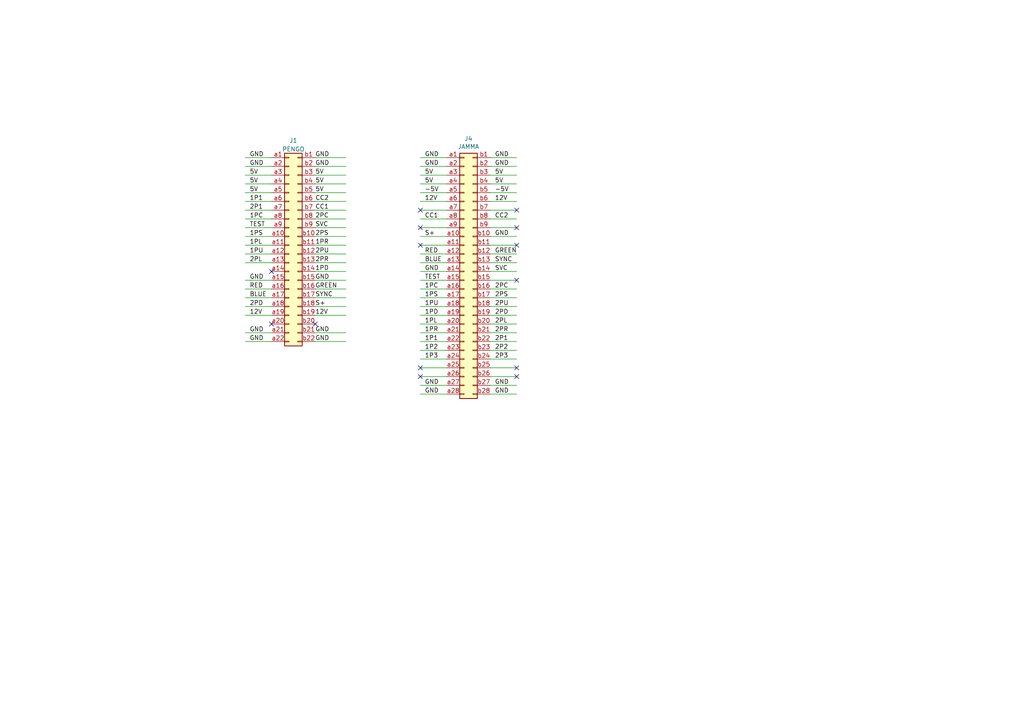
<source format=kicad_sch>
(kicad_sch (version 20211123) (generator eeschema)
  (paper "A4")
  (lib_symbols
    (symbol "Connector_Generic:Conn_02x22_Row_Letter_First" (pin_names (offset 1.016) hide)
      (property "Reference" "J" (at 1.27 27.94 0))
      (property "Value" "Conn_02x22_Row_Letter_First" (at 1.27 -30.48 0))
      (symbol "Conn_02x22_Row_Letter_First_1_1"
        (rectangle (start -1.27 -27.813) (end 0 -28.067) (stroke (width 0.1524)))
        (rectangle (start -1.27 -25.273) (end 0 -25.527) (stroke (width 0.1524)))
        (rectangle (start -1.27 -22.733) (end 0 -22.987) (stroke (width 0.1524)))
        (rectangle (start -1.27 -20.193) (end 0 -20.447) (stroke (width 0.1524)))
        (rectangle (start -1.27 -17.653) (end 0 -17.907) (stroke (width 0.1524)))
        (rectangle (start -1.27 -15.113) (end 0 -15.367) (stroke (width 0.1524)))
        (rectangle (start -1.27 -12.573) (end 0 -12.827) (stroke (width 0.1524)))
        (rectangle (start -1.27 -10.033) (end 0 -10.287) (stroke (width 0.1524)))
        (rectangle (start -1.27 -7.493) (end 0 -7.747) (stroke (width 0.1524)))
        (rectangle (start -1.27 -4.953) (end 0 -5.207) (stroke (width 0.1524)))
        (rectangle (start -1.27 -2.413) (end 0 -2.667) (stroke (width 0.1524)))
        (rectangle (start -1.27 0.127) (end 0 -0.127) (stroke (width 0.1524)))
        (rectangle (start -1.27 2.667) (end 0 2.413) (stroke (width 0.1524)))
        (rectangle (start -1.27 5.207) (end 0 4.953) (stroke (width 0.1524)))
        (rectangle (start -1.27 7.747) (end 0 7.493) (stroke (width 0.1524)))
        (rectangle (start -1.27 10.287) (end 0 10.033) (stroke (width 0.1524)))
        (rectangle (start -1.27 12.827) (end 0 12.573) (stroke (width 0.1524)))
        (rectangle (start -1.27 15.367) (end 0 15.113) (stroke (width 0.1524)))
        (rectangle (start -1.27 17.907) (end 0 17.653) (stroke (width 0.1524)))
        (rectangle (start -1.27 20.447) (end 0 20.193) (stroke (width 0.1524)))
        (rectangle (start -1.27 22.987) (end 0 22.733) (stroke (width 0.1524)))
        (rectangle (start -1.27 25.527) (end 0 25.273) (stroke (width 0.1524)))
        (rectangle (start -1.27 26.67) (end 3.81 -29.21) (stroke (width 0.254)) (fill (type background)))
        (rectangle (start 3.81 -27.813) (end 2.54 -28.067) (stroke (width 0.1524)))
        (rectangle (start 3.81 -25.273) (end 2.54 -25.527) (stroke (width 0.1524)))
        (rectangle (start 3.81 -22.733) (end 2.54 -22.987) (stroke (width 0.1524)))
        (rectangle (start 3.81 -20.193) (end 2.54 -20.447) (stroke (width 0.1524)))
        (rectangle (start 3.81 -17.653) (end 2.54 -17.907) (stroke (width 0.1524)))
        (rectangle (start 3.81 -15.113) (end 2.54 -15.367) (stroke (width 0.1524)))
        (rectangle (start 3.81 -12.573) (end 2.54 -12.827) (stroke (width 0.1524)))
        (rectangle (start 3.81 -10.033) (end 2.54 -10.287) (stroke (width 0.1524)))
        (rectangle (start 3.81 -7.493) (end 2.54 -7.747) (stroke (width 0.1524)))
        (rectangle (start 3.81 -4.953) (end 2.54 -5.207) (stroke (width 0.1524)))
        (rectangle (start 3.81 -2.413) (end 2.54 -2.667) (stroke (width 0.1524)))
        (rectangle (start 3.81 0.127) (end 2.54 -0.127) (stroke (width 0.1524)))
        (rectangle (start 3.81 2.667) (end 2.54 2.413) (stroke (width 0.1524)))
        (rectangle (start 3.81 5.207) (end 2.54 4.953) (stroke (width 0.1524)))
        (rectangle (start 3.81 7.747) (end 2.54 7.493) (stroke (width 0.1524)))
        (rectangle (start 3.81 10.287) (end 2.54 10.033) (stroke (width 0.1524)))
        (rectangle (start 3.81 12.827) (end 2.54 12.573) (stroke (width 0.1524)))
        (rectangle (start 3.81 15.367) (end 2.54 15.113) (stroke (width 0.1524)))
        (rectangle (start 3.81 17.907) (end 2.54 17.653) (stroke (width 0.1524)))
        (rectangle (start 3.81 20.447) (end 2.54 20.193) (stroke (width 0.1524)))
        (rectangle (start 3.81 22.987) (end 2.54 22.733) (stroke (width 0.1524)))
        (rectangle (start 3.81 25.527) (end 2.54 25.273) (stroke (width 0.1524)))
        (pin passive line (at -5.08 25.4 0) (length 3.81) (name "Pin_a1") (number "a1"))
        (pin passive line (at -5.08 2.54 0) (length 3.81) (name "Pin_a10") (number "a10"))
        (pin passive line (at -5.08 0 0) (length 3.81) (name "Pin_a11") (number "a11"))
        (pin passive line (at -5.08 -2.54 0) (length 3.81) (name "Pin_a12") (number "a12"))
        (pin passive line (at -5.08 -5.08 0) (length 3.81) (name "Pin_a13") (number "a13"))
        (pin passive line (at -5.08 -7.62 0) (length 3.81) (name "Pin_a14") (number "a14"))
        (pin passive line (at -5.08 -10.16 0) (length 3.81) (name "Pin_a15") (number "a15"))
        (pin passive line (at -5.08 -12.7 0) (length 3.81) (name "Pin_a16") (number "a16"))
        (pin passive line (at -5.08 -15.24 0) (length 3.81) (name "Pin_a17") (number "a17"))
        (pin passive line (at -5.08 -17.78 0) (length 3.81) (name "Pin_a18") (number "a18"))
        (pin passive line (at -5.08 -20.32 0) (length 3.81) (name "Pin_a19") (number "a19"))
        (pin passive line (at -5.08 22.86 0) (length 3.81) (name "Pin_a2") (number "a2"))
        (pin passive line (at -5.08 -22.86 0) (length 3.81) (name "Pin_a20") (number "a20"))
        (pin passive line (at -5.08 -25.4 0) (length 3.81) (name "Pin_a21") (number "a21"))
        (pin passive line (at -5.08 -27.94 0) (length 3.81) (name "Pin_a22") (number "a22"))
        (pin passive line (at -5.08 20.32 0) (length 3.81) (name "Pin_a3") (number "a3"))
        (pin passive line (at -5.08 17.78 0) (length 3.81) (name "Pin_a4") (number "a4"))
        (pin passive line (at -5.08 15.24 0) (length 3.81) (name "Pin_a5") (number "a5"))
        (pin passive line (at -5.08 12.7 0) (length 3.81) (name "Pin_a6") (number "a6"))
        (pin passive line (at -5.08 10.16 0) (length 3.81) (name "Pin_a7") (number "a7"))
        (pin passive line (at -5.08 7.62 0) (length 3.81) (name "Pin_a8") (number "a8"))
        (pin passive line (at -5.08 5.08 0) (length 3.81) (name "Pin_a9") (number "a9"))
        (pin passive line (at 7.62 25.4 180) (length 3.81) (name "Pin_b1") (number "b1"))
        (pin passive line (at 7.62 2.54 180) (length 3.81) (name "Pin_b10") (number "b10"))
        (pin passive line (at 7.62 0 180) (length 3.81) (name "Pin_b11") (number "b11"))
        (pin passive line (at 7.62 -2.54 180) (length 3.81) (name "Pin_b12") (number "b12"))
        (pin passive line (at 7.62 -5.08 180) (length 3.81) (name "Pin_b13") (number "b13"))
        (pin passive line (at 7.62 -7.62 180) (length 3.81) (name "Pin_b14") (number "b14"))
        (pin passive line (at 7.62 -10.16 180) (length 3.81) (name "Pin_b15") (number "b15"))
        (pin passive line (at 7.62 -12.7 180) (length 3.81) (name "Pin_b16") (number "b16"))
        (pin passive line (at 7.62 -15.24 180) (length 3.81) (name "Pin_b17") (number "b17"))
        (pin passive line (at 7.62 -17.78 180) (length 3.81) (name "Pin_b18") (number "b18"))
        (pin passive line (at 7.62 -20.32 180) (length 3.81) (name "Pin_b19") (number "b19"))
        (pin passive line (at 7.62 22.86 180) (length 3.81) (name "Pin_b2") (number "b2"))
        (pin passive line (at 7.62 -22.86 180) (length 3.81) (name "Pin_b20") (number "b20"))
        (pin passive line (at 7.62 -25.4 180) (length 3.81) (name "Pin_b21") (number "b21"))
        (pin passive line (at 7.62 -27.94 180) (length 3.81) (name "Pin_b22") (number "b22"))
        (pin passive line (at 7.62 20.32 180) (length 3.81) (name "Pin_b3") (number "b3"))
        (pin passive line (at 7.62 17.78 180) (length 3.81) (name "Pin_b4") (number "b4"))
        (pin passive line (at 7.62 15.24 180) (length 3.81) (name "Pin_b5") (number "b5"))
        (pin passive line (at 7.62 12.7 180) (length 3.81) (name "Pin_b6") (number "b6"))
        (pin passive line (at 7.62 10.16 180) (length 3.81) (name "Pin_b7") (number "b7"))
        (pin passive line (at 7.62 7.62 180) (length 3.81) (name "Pin_b8") (number "b8"))
        (pin passive line (at 7.62 5.08 180) (length 3.81) (name "Pin_b9") (number "b9"))
      )
    )
    (symbol "Connector_Generic:Conn_02x28_Row_Letter_First" (pin_names (offset 1.016) hide)
      (property "Reference" "J" (at 1.27 35.56 0))
      (property "Value" "Conn_02x28_Row_Letter_First" (at 1.27 -38.1 0))
      (symbol "Conn_02x28_Row_Letter_First_1_1"
        (rectangle (start -1.27 -35.433) (end 0 -35.687) (stroke (width 0.1524)))
        (rectangle (start -1.27 -32.893) (end 0 -33.147) (stroke (width 0.1524)))
        (rectangle (start -1.27 -30.353) (end 0 -30.607) (stroke (width 0.1524)))
        (rectangle (start -1.27 -27.813) (end 0 -28.067) (stroke (width 0.1524)))
        (rectangle (start -1.27 -25.273) (end 0 -25.527) (stroke (width 0.1524)))
        (rectangle (start -1.27 -22.733) (end 0 -22.987) (stroke (width 0.1524)))
        (rectangle (start -1.27 -20.193) (end 0 -20.447) (stroke (width 0.1524)))
        (rectangle (start -1.27 -17.653) (end 0 -17.907) (stroke (width 0.1524)))
        (rectangle (start -1.27 -15.113) (end 0 -15.367) (stroke (width 0.1524)))
        (rectangle (start -1.27 -12.573) (end 0 -12.827) (stroke (width 0.1524)))
        (rectangle (start -1.27 -10.033) (end 0 -10.287) (stroke (width 0.1524)))
        (rectangle (start -1.27 -7.493) (end 0 -7.747) (stroke (width 0.1524)))
        (rectangle (start -1.27 -4.953) (end 0 -5.207) (stroke (width 0.1524)))
        (rectangle (start -1.27 -2.413) (end 0 -2.667) (stroke (width 0.1524)))
        (rectangle (start -1.27 0.127) (end 0 -0.127) (stroke (width 0.1524)))
        (rectangle (start -1.27 2.667) (end 0 2.413) (stroke (width 0.1524)))
        (rectangle (start -1.27 5.207) (end 0 4.953) (stroke (width 0.1524)))
        (rectangle (start -1.27 7.747) (end 0 7.493) (stroke (width 0.1524)))
        (rectangle (start -1.27 10.287) (end 0 10.033) (stroke (width 0.1524)))
        (rectangle (start -1.27 12.827) (end 0 12.573) (stroke (width 0.1524)))
        (rectangle (start -1.27 15.367) (end 0 15.113) (stroke (width 0.1524)))
        (rectangle (start -1.27 17.907) (end 0 17.653) (stroke (width 0.1524)))
        (rectangle (start -1.27 20.447) (end 0 20.193) (stroke (width 0.1524)))
        (rectangle (start -1.27 22.987) (end 0 22.733) (stroke (width 0.1524)))
        (rectangle (start -1.27 25.527) (end 0 25.273) (stroke (width 0.1524)))
        (rectangle (start -1.27 28.067) (end 0 27.813) (stroke (width 0.1524)))
        (rectangle (start -1.27 30.607) (end 0 30.353) (stroke (width 0.1524)))
        (rectangle (start -1.27 33.147) (end 0 32.893) (stroke (width 0.1524)))
        (rectangle (start -1.27 34.29) (end 3.81 -36.83) (stroke (width 0.254)) (fill (type background)))
        (rectangle (start 3.81 -35.433) (end 2.54 -35.687) (stroke (width 0.1524)))
        (rectangle (start 3.81 -32.893) (end 2.54 -33.147) (stroke (width 0.1524)))
        (rectangle (start 3.81 -30.353) (end 2.54 -30.607) (stroke (width 0.1524)))
        (rectangle (start 3.81 -27.813) (end 2.54 -28.067) (stroke (width 0.1524)))
        (rectangle (start 3.81 -25.273) (end 2.54 -25.527) (stroke (width 0.1524)))
        (rectangle (start 3.81 -22.733) (end 2.54 -22.987) (stroke (width 0.1524)))
        (rectangle (start 3.81 -20.193) (end 2.54 -20.447) (stroke (width 0.1524)))
        (rectangle (start 3.81 -17.653) (end 2.54 -17.907) (stroke (width 0.1524)))
        (rectangle (start 3.81 -15.113) (end 2.54 -15.367) (stroke (width 0.1524)))
        (rectangle (start 3.81 -12.573) (end 2.54 -12.827) (stroke (width 0.1524)))
        (rectangle (start 3.81 -10.033) (end 2.54 -10.287) (stroke (width 0.1524)))
        (rectangle (start 3.81 -7.493) (end 2.54 -7.747) (stroke (width 0.1524)))
        (rectangle (start 3.81 -4.953) (end 2.54 -5.207) (stroke (width 0.1524)))
        (rectangle (start 3.81 -2.413) (end 2.54 -2.667) (stroke (width 0.1524)))
        (rectangle (start 3.81 0.127) (end 2.54 -0.127) (stroke (width 0.1524)))
        (rectangle (start 3.81 2.667) (end 2.54 2.413) (stroke (width 0.1524)))
        (rectangle (start 3.81 5.207) (end 2.54 4.953) (stroke (width 0.1524)))
        (rectangle (start 3.81 7.747) (end 2.54 7.493) (stroke (width 0.1524)))
        (rectangle (start 3.81 10.287) (end 2.54 10.033) (stroke (width 0.1524)))
        (rectangle (start 3.81 12.827) (end 2.54 12.573) (stroke (width 0.1524)))
        (rectangle (start 3.81 15.367) (end 2.54 15.113) (stroke (width 0.1524)))
        (rectangle (start 3.81 17.907) (end 2.54 17.653) (stroke (width 0.1524)))
        (rectangle (start 3.81 20.447) (end 2.54 20.193) (stroke (width 0.1524)))
        (rectangle (start 3.81 22.987) (end 2.54 22.733) (stroke (width 0.1524)))
        (rectangle (start 3.81 25.527) (end 2.54 25.273) (stroke (width 0.1524)))
        (rectangle (start 3.81 28.067) (end 2.54 27.813) (stroke (width 0.1524)))
        (rectangle (start 3.81 30.607) (end 2.54 30.353) (stroke (width 0.1524)))
        (rectangle (start 3.81 33.147) (end 2.54 32.893) (stroke (width 0.1524)))
        (pin passive line (at -5.08 33.02 0) (length 3.81) (name "Pin_a1") (number "a1"))
        (pin passive line (at -5.08 10.16 0) (length 3.81) (name "Pin_a10") (number "a10"))
        (pin passive line (at -5.08 7.62 0) (length 3.81) (name "Pin_a11") (number "a11"))
        (pin passive line (at -5.08 5.08 0) (length 3.81) (name "Pin_a12") (number "a12"))
        (pin passive line (at -5.08 2.54 0) (length 3.81) (name "Pin_a13") (number "a13"))
        (pin passive line (at -5.08 0 0) (length 3.81) (name "Pin_a14") (number "a14"))
        (pin passive line (at -5.08 -2.54 0) (length 3.81) (name "Pin_a15") (number "a15"))
        (pin passive line (at -5.08 -5.08 0) (length 3.81) (name "Pin_a16") (number "a16"))
        (pin passive line (at -5.08 -7.62 0) (length 3.81) (name "Pin_a17") (number "a17"))
        (pin passive line (at -5.08 -10.16 0) (length 3.81) (name "Pin_a18") (number "a18"))
        (pin passive line (at -5.08 -12.7 0) (length 3.81) (name "Pin_a19") (number "a19"))
        (pin passive line (at -5.08 30.48 0) (length 3.81) (name "Pin_a2") (number "a2"))
        (pin passive line (at -5.08 -15.24 0) (length 3.81) (name "Pin_a20") (number "a20"))
        (pin passive line (at -5.08 -17.78 0) (length 3.81) (name "Pin_a21") (number "a21"))
        (pin passive line (at -5.08 -20.32 0) (length 3.81) (name "Pin_a22") (number "a22"))
        (pin passive line (at -5.08 -22.86 0) (length 3.81) (name "Pin_a23") (number "a23"))
        (pin passive line (at -5.08 -25.4 0) (length 3.81) (name "Pin_a24") (number "a24"))
        (pin passive line (at -5.08 -27.94 0) (length 3.81) (name "Pin_a25") (number "a25"))
        (pin passive line (at -5.08 -30.48 0) (length 3.81) (name "Pin_a26") (number "a26"))
        (pin passive line (at -5.08 -33.02 0) (length 3.81) (name "Pin_a27") (number "a27"))
        (pin passive line (at -5.08 -35.56 0) (length 3.81) (name "Pin_a28") (number "a28"))
        (pin passive line (at -5.08 27.94 0) (length 3.81) (name "Pin_a3") (number "a3"))
        (pin passive line (at -5.08 25.4 0) (length 3.81) (name "Pin_a4") (number "a4"))
        (pin passive line (at -5.08 22.86 0) (length 3.81) (name "Pin_a5") (number "a5"))
        (pin passive line (at -5.08 20.32 0) (length 3.81) (name "Pin_a6") (number "a6"))
        (pin passive line (at -5.08 17.78 0) (length 3.81) (name "Pin_a7") (number "a7"))
        (pin passive line (at -5.08 15.24 0) (length 3.81) (name "Pin_a8") (number "a8"))
        (pin passive line (at -5.08 12.7 0) (length 3.81) (name "Pin_a9") (number "a9"))
        (pin passive line (at 7.62 33.02 180) (length 3.81) (name "Pin_b1") (number "b1"))
        (pin passive line (at 7.62 10.16 180) (length 3.81) (name "Pin_b10") (number "b10"))
        (pin passive line (at 7.62 7.62 180) (length 3.81) (name "Pin_b11") (number "b11"))
        (pin passive line (at 7.62 5.08 180) (length 3.81) (name "Pin_b12") (number "b12"))
        (pin passive line (at 7.62 2.54 180) (length 3.81) (name "Pin_b13") (number "b13"))
        (pin passive line (at 7.62 0 180) (length 3.81) (name "Pin_b14") (number "b14"))
        (pin passive line (at 7.62 -2.54 180) (length 3.81) (name "Pin_b15") (number "b15"))
        (pin passive line (at 7.62 -5.08 180) (length 3.81) (name "Pin_b16") (number "b16"))
        (pin passive line (at 7.62 -7.62 180) (length 3.81) (name "Pin_b17") (number "b17"))
        (pin passive line (at 7.62 -10.16 180) (length 3.81) (name "Pin_b18") (number "b18"))
        (pin passive line (at 7.62 -12.7 180) (length 3.81) (name "Pin_b19") (number "b19"))
        (pin passive line (at 7.62 30.48 180) (length 3.81) (name "Pin_b2") (number "b2"))
        (pin passive line (at 7.62 -15.24 180) (length 3.81) (name "Pin_b20") (number "b20"))
        (pin passive line (at 7.62 -17.78 180) (length 3.81) (name "Pin_b21") (number "b21"))
        (pin passive line (at 7.62 -20.32 180) (length 3.81) (name "Pin_b22") (number "b22"))
        (pin passive line (at 7.62 -22.86 180) (length 3.81) (name "Pin_b23") (number "b23"))
        (pin passive line (at 7.62 -25.4 180) (length 3.81) (name "Pin_b24") (number "b24"))
        (pin passive line (at 7.62 -27.94 180) (length 3.81) (name "Pin_b25") (number "b25"))
        (pin passive line (at 7.62 -30.48 180) (length 3.81) (name "Pin_b26") (number "b26"))
        (pin passive line (at 7.62 -33.02 180) (length 3.81) (name "Pin_b27") (number "b27"))
        (pin passive line (at 7.62 -35.56 180) (length 3.81) (name "Pin_b28") (number "b28"))
        (pin passive line (at 7.62 27.94 180) (length 3.81) (name "Pin_b3") (number "b3"))
        (pin passive line (at 7.62 25.4 180) (length 3.81) (name "Pin_b4") (number "b4"))
        (pin passive line (at 7.62 22.86 180) (length 3.81) (name "Pin_b5") (number "b5"))
        (pin passive line (at 7.62 20.32 180) (length 3.81) (name "Pin_b6") (number "b6"))
        (pin passive line (at 7.62 17.78 180) (length 3.81) (name "Pin_b7") (number "b7"))
        (pin passive line (at 7.62 15.24 180) (length 3.81) (name "Pin_b8") (number "b8"))
        (pin passive line (at 7.62 12.7 180) (length 3.81) (name "Pin_b9") (number "b9"))
      )
    )
  )
  (bus_alias "GND" (members "GND1" "GND2" "GND3" "GND4" "GND5" "GND6" "GND7" "GND8"))
  (bus_alias "5V" (members "5V1" "5V2" "5V3" "5V4"))
  (no_connect (at 149.86 60.96))
  (no_connect (at 149.86 66.04))
  (no_connect (at 149.86 81.28))
  (no_connect (at 149.86 71.12))
  (no_connect (at 149.86 106.68))
  (no_connect (at 149.86 109.22))
  (no_connect (at 121.92 106.68))
  (no_connect (at 121.92 109.22))
  (no_connect (at 121.92 60.96))
  (no_connect (at 121.92 66.04))
  (no_connect (at 121.92 71.12))
  (no_connect (at 78.74 78.74))
  (no_connect (at 78.74 93.98))
  (no_connect (at 91.44 93.98))
  (wire (pts (xy 91.44 48.26) (xy 100.33 48.26)))
  (wire (pts (xy 129.54 93.98) (xy 121.92 93.98)))
  (wire (pts (xy 71.12 55.88) (xy 78.74 55.88)))
  (wire (pts (xy 142.24 86.36) (xy 149.86 86.36)))
  (wire (pts (xy 71.12 88.9) (xy 78.74 88.9)))
  (wire (pts (xy 71.12 81.28) (xy 78.74 81.28)))
  (wire (pts (xy 91.44 78.74) (xy 100.33 78.74)))
  (wire (pts (xy 91.44 68.58) (xy 100.33 68.58)))
  (wire (pts (xy 71.12 96.52) (xy 78.74 96.52)))
  (wire (pts (xy 129.54 81.28) (xy 121.92 81.28)))
  (wire (pts (xy 142.24 73.66) (xy 149.86 73.66)))
  (wire (pts (xy 91.44 63.5) (xy 100.33 63.5)))
  (wire (pts (xy 129.54 48.26) (xy 121.92 48.26)))
  (wire (pts (xy 71.12 68.58) (xy 78.74 68.58)))
  (wire (pts (xy 71.12 86.36) (xy 78.74 86.36)))
  (wire (pts (xy 142.24 63.5) (xy 149.86 63.5)))
  (wire (pts (xy 71.12 76.2) (xy 78.74 76.2)))
  (wire (pts (xy 71.12 53.34) (xy 78.74 53.34)))
  (wire (pts (xy 71.12 73.66) (xy 78.74 73.66)))
  (wire (pts (xy 129.54 50.8) (xy 121.92 50.8)))
  (wire (pts (xy 129.54 104.14) (xy 121.92 104.14)))
  (wire (pts (xy 142.24 76.2) (xy 149.86 76.2)))
  (wire (pts (xy 142.24 55.88) (xy 149.86 55.88)))
  (wire (pts (xy 142.24 99.06) (xy 149.86 99.06)))
  (wire (pts (xy 129.54 71.12) (xy 121.92 71.12)))
  (wire (pts (xy 142.24 109.22) (xy 149.86 109.22)))
  (wire (pts (xy 142.24 93.98) (xy 149.86 93.98)))
  (wire (pts (xy 129.54 78.74) (xy 121.92 78.74)))
  (wire (pts (xy 142.24 68.58) (xy 149.86 68.58)))
  (wire (pts (xy 142.24 66.04) (xy 149.86 66.04)))
  (wire (pts (xy 129.54 99.06) (xy 121.92 99.06)))
  (wire (pts (xy 71.12 45.72) (xy 78.74 45.72)))
  (wire (pts (xy 91.44 66.04) (xy 100.33 66.04)))
  (wire (pts (xy 142.24 50.8) (xy 149.86 50.8)))
  (wire (pts (xy 71.12 83.82) (xy 78.74 83.82)))
  (wire (pts (xy 91.44 76.2) (xy 100.33 76.2)))
  (wire (pts (xy 129.54 91.44) (xy 121.92 91.44)))
  (wire (pts (xy 142.24 53.34) (xy 149.86 53.34)))
  (wire (pts (xy 71.12 63.5) (xy 78.74 63.5)))
  (wire (pts (xy 91.44 58.42) (xy 100.33 58.42)))
  (wire (pts (xy 91.44 88.9) (xy 100.33 88.9)))
  (wire (pts (xy 91.44 99.06) (xy 100.33 99.06)))
  (wire (pts (xy 129.54 58.42) (xy 121.92 58.42)))
  (wire (pts (xy 91.44 50.8) (xy 100.33 50.8)))
  (wire (pts (xy 91.44 53.34) (xy 100.33 53.34)))
  (wire (pts (xy 129.54 53.34) (xy 121.92 53.34)))
  (wire (pts (xy 129.54 60.96) (xy 121.92 60.96)))
  (wire (pts (xy 91.44 55.88) (xy 100.33 55.88)))
  (wire (pts (xy 129.54 73.66) (xy 121.92 73.66)))
  (wire (pts (xy 129.54 83.82) (xy 121.92 83.82)))
  (wire (pts (xy 91.44 91.44) (xy 100.33 91.44)))
  (wire (pts (xy 91.44 71.12) (xy 100.33 71.12)))
  (wire (pts (xy 142.24 48.26) (xy 149.86 48.26)))
  (wire (pts (xy 142.24 88.9) (xy 149.86 88.9)))
  (wire (pts (xy 129.54 114.3) (xy 121.92 114.3)))
  (wire (pts (xy 142.24 60.96) (xy 149.86 60.96)))
  (wire (pts (xy 129.54 76.2) (xy 121.92 76.2)))
  (wire (pts (xy 91.44 81.28) (xy 100.33 81.28)))
  (wire (pts (xy 142.24 106.68) (xy 149.86 106.68)))
  (wire (pts (xy 129.54 88.9) (xy 121.92 88.9)))
  (wire (pts (xy 71.12 91.44) (xy 78.74 91.44)))
  (wire (pts (xy 142.24 104.14) (xy 149.86 104.14)))
  (wire (pts (xy 142.24 101.6) (xy 149.86 101.6)))
  (wire (pts (xy 71.12 99.06) (xy 78.74 99.06)))
  (wire (pts (xy 129.54 111.76) (xy 121.92 111.76)))
  (wire (pts (xy 91.44 96.52) (xy 100.33 96.52)))
  (wire (pts (xy 71.12 71.12) (xy 78.74 71.12)))
  (wire (pts (xy 91.44 60.96) (xy 100.33 60.96)))
  (wire (pts (xy 91.44 83.82) (xy 100.33 83.82)))
  (wire (pts (xy 142.24 45.72) (xy 149.86 45.72)))
  (wire (pts (xy 71.12 50.8) (xy 78.74 50.8)))
  (wire (pts (xy 129.54 106.68) (xy 121.92 106.68)))
  (wire (pts (xy 129.54 66.04) (xy 121.92 66.04)))
  (wire (pts (xy 129.54 45.72) (xy 121.92 45.72)))
  (wire (pts (xy 142.24 83.82) (xy 149.86 83.82)))
  (wire (pts (xy 142.24 91.44) (xy 149.86 91.44)))
  (wire (pts (xy 71.12 48.26) (xy 78.74 48.26)))
  (wire (pts (xy 129.54 101.6) (xy 121.92 101.6)))
  (wire (pts (xy 142.24 96.52) (xy 149.86 96.52)))
  (wire (pts (xy 129.54 55.88) (xy 121.92 55.88)))
  (wire (pts (xy 142.24 114.3) (xy 149.86 114.3)))
  (wire (pts (xy 129.54 86.36) (xy 121.92 86.36)))
  (wire (pts (xy 71.12 60.96) (xy 78.74 60.96)))
  (wire (pts (xy 71.12 58.42) (xy 78.74 58.42)))
  (wire (pts (xy 142.24 71.12) (xy 149.86 71.12)))
  (wire (pts (xy 71.12 66.04) (xy 78.74 66.04)))
  (wire (pts (xy 91.44 73.66) (xy 100.33 73.66)))
  (wire (pts (xy 142.24 78.74) (xy 149.86 78.74)))
  (wire (pts (xy 91.44 86.36) (xy 100.33 86.36)))
  (wire (pts (xy 142.24 81.28) (xy 149.86 81.28)))
  (wire (pts (xy 91.44 45.72) (xy 100.33 45.72)))
  (wire (pts (xy 142.24 58.42) (xy 149.86 58.42)))
  (wire (pts (xy 142.24 111.76) (xy 149.86 111.76)))
  (wire (pts (xy 129.54 68.58) (xy 121.92 68.58)))
  (wire (pts (xy 129.54 109.22) (xy 121.92 109.22)))
  (wire (pts (xy 129.54 63.5) (xy 121.92 63.5)))
  (wire (pts (xy 129.54 96.52) (xy 121.92 96.52)))
  (label "2PC" (at 143.51 83.82 0))
  (label "GND" (at 91.44 48.26 0))
  (label "GND" (at 123.19 45.72 0))
  (label "1PS" (at 72.39 68.58 0))
  (label "GND" (at 123.19 114.3 0))
  (label "RED" (at 72.39 83.82 0))
  (label "1PL" (at 72.39 71.12 0))
  (label "12V" (at 91.44 91.44 0))
  (label "5V" (at 91.44 55.88 0))
  (label "CC2" (at 91.44 58.42 0))
  (label "CC1" (at 123.19 63.5 0))
  (label "5V" (at 143.51 50.8 0))
  (label "1PD" (at 91.44 78.74 0))
  (label "5V" (at 143.51 53.34 0))
  (label "SVC" (at 143.51 78.74 0))
  (label "1PR" (at 91.44 71.12 0))
  (label "GREEN" (at 91.44 83.82 0))
  (label "SYNC" (at 143.51 76.2 0))
  (label "1PC" (at 123.19 83.82 0))
  (label "GREEN" (at 143.51 73.66 0))
  (label "1PU" (at 72.39 73.66 0))
  (label "S+" (at 123.19 68.58 0))
  (label "RED" (at 123.19 73.66 0))
  (label "1PL" (at 123.19 93.98 0))
  (label "GND" (at 143.51 48.26 0))
  (label "5V" (at 123.19 53.34 0))
  (label "GND" (at 72.39 96.52 0))
  (label "BLUE" (at 123.19 76.2 0))
  (label "2P1" (at 143.51 99.06 0))
  (label "CC1" (at 91.44 60.96 0))
  (label "1PS" (at 123.19 86.36 0))
  (label "-5V" (at 123.19 55.88 0))
  (label "2PD" (at 143.51 91.44 0))
  (label "5V" (at 91.44 53.34 0))
  (label "GND" (at 123.19 78.74 0))
  (label "TEST" (at 72.39 66.04 0))
  (label "2P2" (at 143.51 101.6 0))
  (label "GND" (at 72.39 99.06 0))
  (label "2P3" (at 143.51 104.14 0))
  (label "1P3" (at 123.19 104.14 0))
  (label "1PR" (at 123.19 96.52 0))
  (label "GND" (at 72.39 48.26 0))
  (label "GND" (at 72.39 45.72 0))
  (label "TEST" (at 123.19 81.28 0))
  (label "2PS" (at 91.44 68.58 0))
  (label "-5V" (at 143.51 55.88 0))
  (label "5V" (at 72.39 50.8 0))
  (label "BLUE" (at 72.39 86.36 0))
  (label "2PU" (at 91.44 73.66 0))
  (label "2PR" (at 143.51 96.52 0))
  (label "5V" (at 123.19 50.8 0))
  (label "SYNC" (at 91.44 86.36 0))
  (label "GND" (at 143.51 111.76 0))
  (label "5V" (at 91.44 50.8 0))
  (label "2PR" (at 91.44 76.2 0))
  (label "GND" (at 72.39 81.28 0))
  (label "12V" (at 143.51 58.42 0))
  (label "2PC" (at 91.44 63.5 0))
  (label "GND" (at 91.44 45.72 0))
  (label "CC2" (at 143.51 63.5 0))
  (label "GND" (at 123.19 111.76 0))
  (label "5V" (at 72.39 55.88 0))
  (label "1P2" (at 123.19 101.6 0))
  (label "GND" (at 91.44 81.28 0))
  (label "S+" (at 91.44 88.9 0))
  (label "GND" (at 143.51 68.58 0))
  (label "GND" (at 91.44 99.06 0))
  (label "12V" (at 123.19 58.42 0))
  (label "2PS" (at 143.51 86.36 0))
  (label "GND" (at 143.51 114.3 0))
  (label "2PD" (at 72.39 88.9 0))
  (label "5V" (at 72.39 53.34 0))
  (label "2PL" (at 72.39 76.2 0))
  (label "1P1" (at 123.19 99.06 0))
  (label "GND" (at 91.44 96.52 0))
  (label "1PC" (at 72.39 63.5 0))
  (label "12V" (at 72.39 91.44 0))
  (label "1PD" (at 123.19 91.44 0))
  (label "SVC" (at 91.44 66.04 0))
  (label "2P1" (at 72.39 60.96 0))
  (label "1P1" (at 72.39 58.42 0))
  (label "2PU" (at 143.51 88.9 0))
  (label "1PU" (at 123.19 88.9 0))
  (label "GND" (at 143.51 45.72 0))
  (label "GND" (at 123.19 48.26 0))
  (label "2PL" (at 143.51 93.98 0))
  (symbol (lib_id "Connector_Generic:Conn_02x28_Row_Letter_First") (at 134.62 78.74 0) (unit 1)
    (property "Reference" "J4" (at 135.89 40.2082 0))
    (property "Value" "JAMMA" (at 135.89 42.5196 0))
    (property "Footprint" "toyoshim:Connector_Edge_3.96mm_02x28_Row_JAMMA" (effects hide))
  )
  (symbol (lib_id "Connector_Generic:Conn_02x22_Row_Letter_First") (at 83.82 71.12 0) (unit 1)
    (property "Reference" "J1" (at 85.09 40.7502 0))
    (property "Value" "PENGO" (at 85.09 43.2871 0))
    (property "Footprint" "toyoshim:Connector_Edge_3.96mm_02x22_Row_PENGO" (effects hide))
  )
)
</source>
